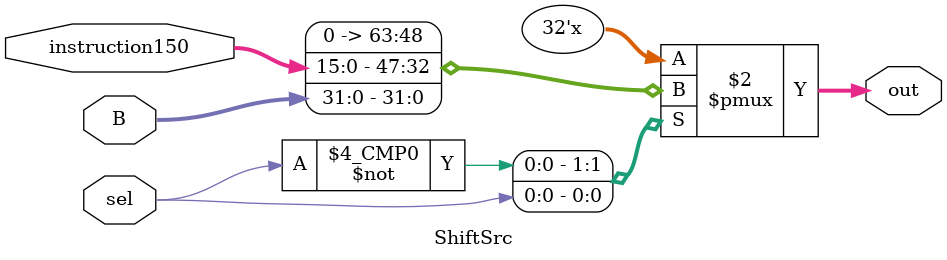
<source format=v>
module ShiftSrc(
    input [15:0] instruction150,
    input [31:0] B,
    input sel,
    output reg [31:0] out
);

always @* begin
    case (sel)
    1'b0: out = instruction150;
    1'b1: out = B;
    endcase
end
endmodule
</source>
